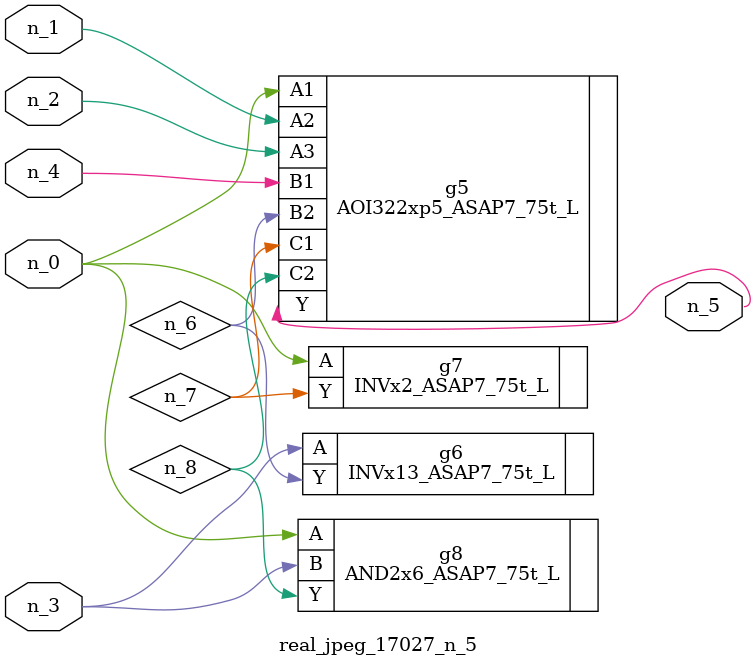
<source format=v>
module real_jpeg_17027_n_5 (n_4, n_0, n_1, n_2, n_3, n_5);

input n_4;
input n_0;
input n_1;
input n_2;
input n_3;

output n_5;

wire n_8;
wire n_6;
wire n_7;

AOI322xp5_ASAP7_75t_L g5 ( 
.A1(n_0),
.A2(n_1),
.A3(n_2),
.B1(n_4),
.B2(n_6),
.C1(n_7),
.C2(n_8),
.Y(n_5)
);

INVx2_ASAP7_75t_L g7 ( 
.A(n_0),
.Y(n_7)
);

AND2x6_ASAP7_75t_L g8 ( 
.A(n_0),
.B(n_3),
.Y(n_8)
);

INVx13_ASAP7_75t_L g6 ( 
.A(n_3),
.Y(n_6)
);


endmodule
</source>
